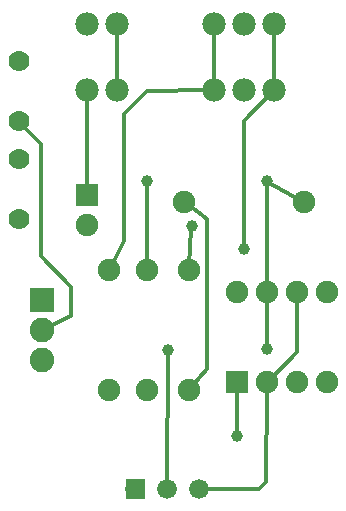
<source format=gtl>
G04 MADE WITH FRITZING*
G04 WWW.FRITZING.ORG*
G04 DOUBLE SIDED*
G04 HOLES PLATED*
G04 CONTOUR ON CENTER OF CONTOUR VECTOR*
%FSLAX26Y26*%
%MOIN*%
%ADD10C,0.078000*%
%ADD11C,0.039370*%
%ADD12C,0.075000*%
%ADD13C,0.070000*%
%ADD14C,0.082000*%
%ADD15C,0.066000*%
%ADD16R,0.075000X0.075000*%
%ADD17R,0.082000X0.082000*%
%ADD18C,0.012000*%
%ADD19R,0.001000X0.001000*%
%G04COPPER1*%
%FSLAX26Y26*%
%MOIN*%
D10*
X924023Y1889308D03*
X924023Y1668836D03*
X924023Y1889308D03*
X924023Y1668836D03*
X724025Y1889308D03*
X724025Y1668836D03*
X724025Y1889308D03*
X724025Y1668836D03*
X824025Y1668836D03*
X824025Y1889308D03*
D11*
X824296Y1138912D03*
X649018Y1214309D03*
D12*
X300444Y1319559D03*
X300444Y1219559D03*
X800444Y694560D03*
X800444Y994560D03*
X900444Y694560D03*
X900444Y994560D03*
X1000440Y694560D03*
X1000440Y994560D03*
X1100440Y694560D03*
X1100440Y994560D03*
D13*
X74022Y1764308D03*
X74022Y1564308D03*
X73111Y1238666D03*
X73111Y1438666D03*
D12*
X1025440Y1294559D03*
X625440Y1294559D03*
X375444Y669560D03*
X375444Y1069560D03*
X639622Y1069559D03*
X639622Y669560D03*
X500444Y1069564D03*
X500444Y669560D03*
D14*
X150444Y969559D03*
X150444Y869560D03*
X150444Y769560D03*
D11*
X899018Y1364309D03*
X499018Y1364309D03*
X899774Y805730D03*
X570418Y802460D03*
D10*
X299025Y1889308D03*
X299025Y1668836D03*
X299025Y1889308D03*
X299025Y1668836D03*
X399025Y1668836D03*
X399025Y1889308D03*
D11*
X799022Y514310D03*
D15*
X462022Y339310D03*
X568022Y339310D03*
X674022Y339310D03*
X462022Y339310D03*
X568022Y339310D03*
X674022Y339310D03*
D16*
X300444Y1319559D03*
X800444Y694560D03*
D17*
X150444Y969559D03*
D18*
X705029Y1668457D02*
X499400Y1664349D01*
D02*
X499400Y1664349D02*
X424338Y1589287D01*
D02*
X424333Y1589287D02*
X424333Y1164681D01*
D02*
X424333Y1164681D02*
X383440Y1085128D01*
D02*
X824300Y1564639D02*
X910886Y1655109D01*
D02*
X824300Y1146787D02*
X824300Y1564639D01*
D02*
X648512Y1206451D02*
X640756Y1087023D01*
D02*
X905917Y1360505D02*
X1010120Y1303013D01*
D02*
X299102Y1649836D02*
X300373Y1337059D01*
D02*
X899053Y1356434D02*
X900381Y1012059D01*
D02*
X500360Y1087064D02*
X499060Y1356434D01*
D02*
X912793Y706960D02*
X1000360Y794890D01*
D02*
X1000360Y794890D02*
X1000440Y977055D01*
D02*
X651070Y682800D02*
X699972Y739340D01*
D02*
X699972Y739340D02*
X699972Y1239000D01*
D02*
X699972Y1239000D02*
X639475Y1284100D01*
D02*
X568097Y353810D02*
X570378Y794590D01*
D02*
X899806Y813600D02*
X900386Y977056D01*
D02*
X399025Y1687836D02*
X399025Y1870308D01*
D02*
X724025Y1870308D02*
X724025Y1687836D01*
D02*
X924023Y1687836D02*
X924023Y1870308D01*
D02*
X148855Y1490430D02*
X148855Y1115297D01*
D02*
X148855Y1115297D02*
X248228Y1013439D01*
D02*
X248228Y1013439D02*
X248228Y914070D01*
D02*
X248228Y914070D02*
X169558Y878260D01*
D02*
X84697Y1553770D02*
X148855Y1490430D01*
D02*
X799084Y522180D02*
X800306Y677060D01*
D02*
X873983Y339120D02*
X898841Y363970D01*
D02*
X688522Y339290D02*
X873983Y339120D01*
D02*
X898841Y363970D02*
X900360Y677060D01*
D19*
X429500Y372000D02*
X494500Y372000D01*
X429500Y371000D02*
X494500Y371000D01*
X429500Y370000D02*
X494500Y370000D01*
X429500Y369000D02*
X494500Y369000D01*
X429500Y368000D02*
X494500Y368000D01*
X429500Y367000D02*
X494500Y367000D01*
X429500Y366000D02*
X494500Y366000D01*
X429500Y365000D02*
X494500Y365000D01*
X429500Y364000D02*
X494500Y364000D01*
X429500Y363000D02*
X494500Y363000D01*
X429500Y362000D02*
X494500Y362000D01*
X429500Y361000D02*
X494500Y361000D01*
X429500Y360000D02*
X494500Y360000D01*
X429500Y359000D02*
X494500Y359000D01*
X429500Y358000D02*
X494500Y358000D01*
X429500Y357000D02*
X494500Y357000D01*
X429500Y356000D02*
X494500Y356000D01*
X429500Y355000D02*
X494500Y355000D01*
X429500Y354000D02*
X459500Y354000D01*
X464500Y354000D02*
X494500Y354000D01*
X429500Y353000D02*
X455500Y353000D01*
X468500Y353000D02*
X494500Y353000D01*
X429500Y352000D02*
X453500Y352000D01*
X469500Y352000D02*
X494500Y352000D01*
X429500Y351000D02*
X452500Y351000D01*
X471500Y351000D02*
X494500Y351000D01*
X429500Y350000D02*
X451500Y350000D01*
X472500Y350000D02*
X494500Y350000D01*
X429500Y349000D02*
X450500Y349000D01*
X473500Y349000D02*
X494500Y349000D01*
X429500Y348000D02*
X449500Y348000D01*
X474500Y348000D02*
X494500Y348000D01*
X429500Y347000D02*
X448500Y347000D01*
X474500Y347000D02*
X494500Y347000D01*
X429500Y346000D02*
X448500Y346000D01*
X475500Y346000D02*
X494500Y346000D01*
X429500Y345000D02*
X447500Y345000D01*
X475500Y345000D02*
X494500Y345000D01*
X429500Y344000D02*
X447500Y344000D01*
X476500Y344000D02*
X494500Y344000D01*
X429500Y343000D02*
X447500Y343000D01*
X476500Y343000D02*
X494500Y343000D01*
X429500Y342000D02*
X447500Y342000D01*
X476500Y342000D02*
X494500Y342000D01*
X429500Y341000D02*
X446500Y341000D01*
X476500Y341000D02*
X494500Y341000D01*
X429500Y340000D02*
X446500Y340000D01*
X476500Y340000D02*
X494500Y340000D01*
X429500Y339000D02*
X446500Y339000D01*
X476500Y339000D02*
X494500Y339000D01*
X429500Y338000D02*
X446500Y338000D01*
X476500Y338000D02*
X494500Y338000D01*
X429500Y337000D02*
X447500Y337000D01*
X476500Y337000D02*
X494500Y337000D01*
X429500Y336000D02*
X447500Y336000D01*
X476500Y336000D02*
X494500Y336000D01*
X429500Y335000D02*
X447500Y335000D01*
X475500Y335000D02*
X494500Y335000D01*
X429500Y334000D02*
X447500Y334000D01*
X475500Y334000D02*
X494500Y334000D01*
X429500Y333000D02*
X448500Y333000D01*
X475500Y333000D02*
X494500Y333000D01*
X429500Y332000D02*
X449500Y332000D01*
X474500Y332000D02*
X494500Y332000D01*
X429500Y331000D02*
X449500Y331000D01*
X473500Y331000D02*
X494500Y331000D01*
X429500Y330000D02*
X450500Y330000D01*
X472500Y330000D02*
X494500Y330000D01*
X429500Y329000D02*
X451500Y329000D01*
X471500Y329000D02*
X494500Y329000D01*
X429500Y328000D02*
X452500Y328000D01*
X470500Y328000D02*
X494500Y328000D01*
X429500Y327000D02*
X454500Y327000D01*
X469500Y327000D02*
X494500Y327000D01*
X429500Y326000D02*
X456500Y326000D01*
X466500Y326000D02*
X494500Y326000D01*
X429500Y325000D02*
X494500Y325000D01*
X429500Y324000D02*
X494500Y324000D01*
X429500Y323000D02*
X494500Y323000D01*
X429500Y322000D02*
X494500Y322000D01*
X429500Y321000D02*
X494500Y321000D01*
X429500Y320000D02*
X494500Y320000D01*
X429500Y319000D02*
X494500Y319000D01*
X429500Y318000D02*
X494500Y318000D01*
X429500Y317000D02*
X494500Y317000D01*
X429500Y316000D02*
X494500Y316000D01*
X429500Y315000D02*
X494500Y315000D01*
X429500Y314000D02*
X494500Y314000D01*
X429500Y313000D02*
X494500Y313000D01*
X429500Y312000D02*
X494500Y312000D01*
X429500Y311000D02*
X494500Y311000D01*
X429500Y310000D02*
X494500Y310000D01*
X429500Y309000D02*
X494500Y309000D01*
X429500Y308000D02*
X494500Y308000D01*
X429500Y307000D02*
X494500Y307000D01*
D02*
G04 End of Copper1*
M02*
</source>
